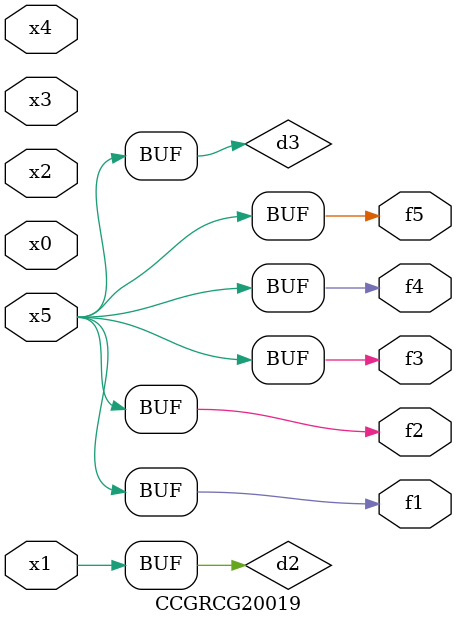
<source format=v>
module CCGRCG20019(
	input x0, x1, x2, x3, x4, x5,
	output f1, f2, f3, f4, f5
);

	wire d1, d2, d3;

	not (d1, x5);
	or (d2, x1);
	xnor (d3, d1);
	assign f1 = d3;
	assign f2 = d3;
	assign f3 = d3;
	assign f4 = d3;
	assign f5 = d3;
endmodule

</source>
